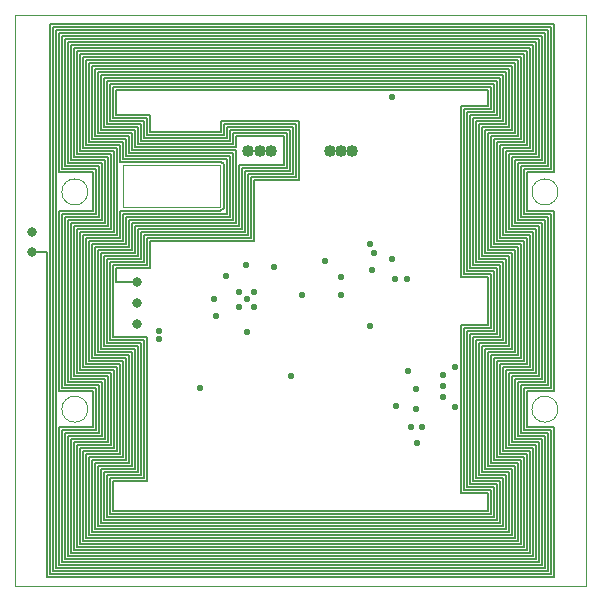
<source format=gbr>
%TF.GenerationSoftware,KiCad,Pcbnew,(5.1.4)-1*%
%TF.CreationDate,2019-10-25T20:37:58-07:00*%
%TF.ProjectId,SolarCellZ_v1,536f6c61-7243-4656-9c6c-5a5f76312e6b,rev?*%
%TF.SameCoordinates,Original*%
%TF.FileFunction,Copper,L2,Inr*%
%TF.FilePolarity,Positive*%
%FSLAX46Y46*%
G04 Gerber Fmt 4.6, Leading zero omitted, Abs format (unit mm)*
G04 Created by KiCad (PCBNEW (5.1.4)-1) date 2019-10-25 20:37:58*
%MOMM*%
%LPD*%
G04 APERTURE LIST*
%ADD10C,0.050000*%
%ADD11C,1.016000*%
%ADD12C,0.584200*%
%ADD13C,0.800000*%
%ADD14C,0.127000*%
G04 APERTURE END LIST*
D10*
X99200000Y-52750000D02*
X99200000Y-56250000D01*
X99200000Y-56250000D02*
X107400000Y-56250000D01*
X107400000Y-52750000D02*
X107400000Y-56250000D01*
X99200000Y-52750000D02*
X107400000Y-52750000D01*
X96200000Y-73400000D02*
G75*
G03X96200000Y-73400000I-1100000J0D01*
G01*
X136000000Y-73400000D02*
G75*
G03X136000000Y-73400000I-1100000J0D01*
G01*
X136000000Y-55000000D02*
G75*
G03X136000000Y-55000000I-1100000J0D01*
G01*
X96200000Y-55000000D02*
G75*
G03X96200000Y-55000000I-1100000J0D01*
G01*
X138400000Y-88400000D02*
X90000000Y-88400000D01*
X90000000Y-88400000D02*
X90000000Y-40000000D01*
X138400000Y-40000000D02*
X138400000Y-88400000D01*
X90000000Y-40000000D02*
X138400000Y-40000000D01*
D11*
X116700000Y-51500000D03*
X117650000Y-51500000D03*
X111700000Y-51500000D03*
X110750000Y-51500000D03*
X118600000Y-51500000D03*
X109800000Y-51500000D03*
D12*
X126301500Y-71437500D03*
X124015500Y-71691500D03*
X120268110Y-61604791D03*
X120078500Y-66357500D03*
X127254000Y-69786500D03*
X123317000Y-70167500D03*
X107032512Y-65473693D03*
X109654340Y-64046100D03*
X113411000Y-70548500D03*
X110253760Y-64708256D03*
X108983760Y-64708256D03*
X110261400Y-63439040D03*
X108983760Y-63463656D03*
X122237500Y-62357000D03*
X123253500Y-62357000D03*
X122301000Y-73088500D03*
X127254000Y-73215500D03*
X126301500Y-70485000D03*
X120111294Y-59382647D03*
X126238000Y-72390000D03*
X120396000Y-60198000D03*
X121920000Y-60706000D03*
X121920000Y-46990000D03*
X124015500Y-73406000D03*
X117602000Y-62166500D03*
X116268500Y-60833000D03*
X109644160Y-66892656D03*
X107886500Y-62103000D03*
X114299990Y-63690500D03*
X124045117Y-76257156D03*
X117602000Y-63690500D03*
X109601000Y-61214000D03*
X111950500Y-61380850D03*
X105664000Y-71628000D03*
X106874656Y-64098656D03*
X102235000Y-67437000D03*
X102235000Y-66802000D03*
D13*
X91440000Y-58420000D03*
X91440000Y-60071000D03*
X100330000Y-64389000D03*
X100330000Y-62611000D03*
X100330000Y-66167000D03*
D12*
X124523500Y-74866500D03*
X123571000Y-74866500D03*
D14*
X113284000Y-49784000D02*
X113284000Y-53213000D01*
X108204000Y-49784000D02*
X113284000Y-49784000D01*
X108204000Y-50673000D02*
X108204000Y-49784000D01*
X100711000Y-50673000D02*
X108204000Y-50673000D01*
X100711000Y-49276000D02*
X100711000Y-50673000D01*
X97790000Y-49276000D02*
X100711000Y-49276000D01*
X97790000Y-45593000D02*
X97790000Y-49276000D01*
X130810000Y-45593000D02*
X97790000Y-45593000D01*
X130810000Y-48514000D02*
X130810000Y-45593000D01*
X128524000Y-48514000D02*
X130810000Y-48514000D01*
X128524000Y-61468000D02*
X128524000Y-48514000D01*
X130810000Y-61468000D02*
X128524000Y-61468000D01*
X130810000Y-67056000D02*
X130810000Y-61468000D01*
X128524000Y-67056000D02*
X130810000Y-67056000D01*
X128524000Y-79756000D02*
X128524000Y-67056000D01*
X130810000Y-79756000D02*
X128524000Y-79756000D01*
X130810000Y-82804000D02*
X130810000Y-79756000D01*
X97536000Y-82804000D02*
X130810000Y-82804000D01*
X97536000Y-78740000D02*
X97536000Y-82804000D01*
X100457000Y-78740000D02*
X97536000Y-78740000D01*
X100457000Y-68072000D02*
X100457000Y-78740000D01*
X97536000Y-68072000D02*
X100457000Y-68072000D01*
X97536000Y-60452000D02*
X97536000Y-68072000D01*
X100457000Y-60452000D02*
X97536000Y-60452000D01*
X100457000Y-58166000D02*
X100457000Y-60452000D01*
X109220000Y-58166000D02*
X100457000Y-58166000D01*
X109220000Y-52959000D02*
X109220000Y-58166000D01*
X113030000Y-52959000D02*
X109220000Y-52959000D01*
X113030000Y-50038000D02*
X113030000Y-52959000D01*
X108458000Y-50038000D02*
X113030000Y-50038000D01*
X108458000Y-50927000D02*
X108458000Y-50038000D01*
X100457000Y-50927000D02*
X108458000Y-50927000D01*
X100457000Y-49530000D02*
X100457000Y-50927000D01*
X97536000Y-49530000D02*
X100457000Y-49530000D01*
X97536000Y-45339000D02*
X97536000Y-49530000D01*
X131064000Y-45339000D02*
X97536000Y-45339000D01*
X131064000Y-48768000D02*
X131064000Y-45339000D01*
X128778000Y-48768000D02*
X131064000Y-48768000D01*
X128778000Y-61214000D02*
X128778000Y-48768000D01*
X131064000Y-61214000D02*
X128778000Y-61214000D01*
X131064000Y-67310000D02*
X131064000Y-61214000D01*
X128778000Y-67310000D02*
X131064000Y-67310000D01*
X128778000Y-79502000D02*
X128778000Y-67310000D01*
X131064000Y-79502000D02*
X128778000Y-79502000D01*
X131064000Y-83058000D02*
X131064000Y-79502000D01*
X97282000Y-83058000D02*
X131064000Y-83058000D01*
X97282000Y-78486000D02*
X97282000Y-83058000D01*
X100203000Y-78486000D02*
X97282000Y-78486000D01*
X100203000Y-68326000D02*
X100203000Y-78486000D01*
X97282000Y-68326000D02*
X100203000Y-68326000D01*
X97282000Y-60198000D02*
X97282000Y-68326000D01*
X100203000Y-60198000D02*
X97282000Y-60198000D01*
X100203000Y-57912000D02*
X100203000Y-60198000D01*
X108966000Y-57912000D02*
X100203000Y-57912000D01*
X108966000Y-52705000D02*
X108966000Y-57912000D01*
X112776000Y-52705000D02*
X108966000Y-52705000D01*
X112776000Y-50292000D02*
X112776000Y-52705000D01*
X108712000Y-50292000D02*
X112776000Y-50292000D01*
X108712000Y-51181000D02*
X108712000Y-50292000D01*
X100203000Y-51181000D02*
X108712000Y-51181000D01*
X100203000Y-49784000D02*
X100203000Y-51181000D01*
X97282000Y-49784000D02*
X100203000Y-49784000D01*
X97282000Y-45085000D02*
X97282000Y-49784000D01*
X131318000Y-45085000D02*
X97282000Y-45085000D01*
X131318000Y-49022000D02*
X131318000Y-45085000D01*
X129032000Y-49022000D02*
X131318000Y-49022000D01*
X129032000Y-60960000D02*
X129032000Y-49022000D01*
X131318000Y-60960000D02*
X129032000Y-60960000D01*
X131318000Y-67564000D02*
X131318000Y-60960000D01*
X129032000Y-67564000D02*
X131318000Y-67564000D01*
X129032000Y-79248000D02*
X129032000Y-67564000D01*
X131318000Y-79248000D02*
X129032000Y-79248000D01*
X131318000Y-83312000D02*
X131318000Y-79248000D01*
X97028000Y-83312000D02*
X131318000Y-83312000D01*
X97028000Y-78232000D02*
X97028000Y-83312000D01*
X99949000Y-78232000D02*
X97028000Y-78232000D01*
X99949000Y-68580000D02*
X99949000Y-78232000D01*
X97028000Y-68580000D02*
X99949000Y-68580000D01*
X131064000Y-58928000D02*
X131064000Y-51054000D01*
X133350000Y-58928000D02*
X131064000Y-58928000D01*
X133350000Y-69596000D02*
X133350000Y-58928000D01*
X131064000Y-69596000D02*
X133350000Y-69596000D01*
X131064000Y-77216000D02*
X131064000Y-69596000D01*
X133350000Y-77216000D02*
X131064000Y-77216000D01*
X133350000Y-85344000D02*
X133350000Y-77216000D01*
X94996000Y-85344000D02*
X133350000Y-85344000D01*
X97917000Y-76200000D02*
X94996000Y-76200000D01*
X94996000Y-57912000D02*
X94996000Y-70612000D01*
X97917000Y-57912000D02*
X94996000Y-57912000D01*
X94996000Y-42799000D02*
X94996000Y-52070000D01*
X133604000Y-42799000D02*
X94996000Y-42799000D01*
X133604000Y-51308000D02*
X133604000Y-42799000D01*
X131318000Y-51308000D02*
X133604000Y-51308000D01*
X131318000Y-58674000D02*
X131318000Y-51308000D01*
X131318000Y-76962000D02*
X131318000Y-69850000D01*
X133604000Y-76962000D02*
X131318000Y-76962000D01*
X133604000Y-85598000D02*
X133604000Y-76962000D01*
X94742000Y-85598000D02*
X133604000Y-85598000D01*
X94742000Y-75946000D02*
X94742000Y-85598000D01*
X97663000Y-75946000D02*
X94742000Y-75946000D01*
X94742000Y-70866000D02*
X97663000Y-70866000D01*
X94742000Y-57658000D02*
X94742000Y-70866000D01*
X94742000Y-42545000D02*
X94742000Y-52324000D01*
X133858000Y-42545000D02*
X94742000Y-42545000D01*
X131572000Y-51562000D02*
X133858000Y-51562000D01*
X131572000Y-58420000D02*
X131572000Y-51562000D01*
X133858000Y-58420000D02*
X131572000Y-58420000D01*
X133858000Y-70104000D02*
X133858000Y-58420000D01*
X131572000Y-70104000D02*
X133858000Y-70104000D01*
X131572000Y-76708000D02*
X131572000Y-70104000D01*
X133858000Y-76708000D02*
X131572000Y-76708000D01*
X133858000Y-85852000D02*
X133858000Y-76708000D01*
X94488000Y-85852000D02*
X133858000Y-85852000D01*
X94488000Y-75692000D02*
X94488000Y-85852000D01*
X97409000Y-75692000D02*
X94488000Y-75692000D01*
X131572000Y-83566000D02*
X131572000Y-78994000D01*
X97409000Y-71120000D02*
X97409000Y-75692000D01*
X94488000Y-71120000D02*
X97409000Y-71120000D01*
X94488000Y-57404000D02*
X94488000Y-71120000D01*
X97409000Y-57404000D02*
X94488000Y-57404000D01*
X97409000Y-52578000D02*
X97409000Y-57404000D01*
X129540000Y-78740000D02*
X129540000Y-68072000D01*
X94488000Y-52578000D02*
X97409000Y-52578000D01*
X94488000Y-42291000D02*
X94488000Y-52578000D01*
X134112000Y-42291000D02*
X94488000Y-42291000D01*
X134112000Y-51816000D02*
X134112000Y-42291000D01*
X131826000Y-51816000D02*
X134112000Y-51816000D01*
X131826000Y-58166000D02*
X131826000Y-51816000D01*
X134112000Y-58166000D02*
X131826000Y-58166000D01*
X134112000Y-70358000D02*
X134112000Y-58166000D01*
X131826000Y-70358000D02*
X134112000Y-70358000D01*
X131826000Y-76454000D02*
X131826000Y-70358000D01*
X134112000Y-76454000D02*
X131826000Y-76454000D01*
X134112000Y-86106000D02*
X134112000Y-76454000D01*
X94234000Y-86106000D02*
X134112000Y-86106000D01*
X94234000Y-75438000D02*
X94234000Y-86106000D01*
X97155000Y-75438000D02*
X94234000Y-75438000D01*
X97028000Y-44831000D02*
X97028000Y-50038000D01*
X97155000Y-71374000D02*
X97155000Y-75438000D01*
X94234000Y-71374000D02*
X97155000Y-71374000D01*
X94234000Y-57150000D02*
X94234000Y-71374000D01*
X96520000Y-83820000D02*
X131826000Y-83820000D01*
X97155000Y-57150000D02*
X94234000Y-57150000D01*
X99695000Y-51689000D02*
X108458000Y-51689000D01*
X97155000Y-52832000D02*
X97155000Y-57150000D01*
X99949000Y-51435000D02*
X108712000Y-51435000D01*
X94234000Y-52832000D02*
X97155000Y-52832000D01*
X94234000Y-42037000D02*
X94234000Y-52832000D01*
X134366000Y-42037000D02*
X94234000Y-42037000D01*
X134366000Y-52070000D02*
X134366000Y-42037000D01*
X132080000Y-52070000D02*
X134366000Y-52070000D01*
X132080000Y-57912000D02*
X132080000Y-52070000D01*
X134366000Y-57912000D02*
X132080000Y-57912000D01*
X134366000Y-70612000D02*
X134366000Y-57912000D01*
X132080000Y-70612000D02*
X134366000Y-70612000D01*
X132080000Y-76200000D02*
X132080000Y-70612000D01*
X134366000Y-76200000D02*
X132080000Y-76200000D01*
X134366000Y-86360000D02*
X134366000Y-76200000D01*
X93980000Y-86360000D02*
X134366000Y-86360000D01*
X99949000Y-57658000D02*
X99949000Y-59944000D01*
X135128000Y-52832000D02*
X135128000Y-41275000D01*
X131572000Y-60706000D02*
X129286000Y-60706000D01*
X132842000Y-57150000D02*
X132842000Y-52832000D01*
X108458000Y-57404000D02*
X99695000Y-57404000D01*
X135128000Y-57150000D02*
X132842000Y-57150000D01*
X131572000Y-67818000D02*
X131572000Y-60706000D01*
X132842000Y-71374000D02*
X135128000Y-71374000D01*
X99441000Y-77724000D02*
X96520000Y-77724000D01*
X94996000Y-76200000D02*
X94996000Y-85344000D01*
X132842000Y-75438000D02*
X132842000Y-71374000D01*
X135128000Y-87122000D02*
X135128000Y-75438000D01*
X93218000Y-87122000D02*
X135128000Y-87122000D01*
X129286000Y-49276000D02*
X131572000Y-49276000D01*
X96901000Y-56896000D02*
X93980000Y-56896000D01*
X93218000Y-41021000D02*
X93218000Y-87122000D01*
X99441000Y-57150000D02*
X99441000Y-59436000D01*
X133096000Y-53086000D02*
X135382000Y-53086000D01*
X99695000Y-57404000D02*
X99695000Y-59690000D01*
X133096000Y-56896000D02*
X133096000Y-53086000D01*
X96520000Y-77724000D02*
X96520000Y-83820000D01*
X135382000Y-53086000D02*
X135382000Y-41021000D01*
X135382000Y-56896000D02*
X133096000Y-56896000D01*
X132334000Y-52324000D02*
X134620000Y-52324000D01*
X131318000Y-69850000D02*
X133604000Y-69850000D01*
X135382000Y-71628000D02*
X135382000Y-56896000D01*
X96901000Y-53086000D02*
X96901000Y-56896000D01*
X97917000Y-52070000D02*
X97917000Y-57912000D01*
X133096000Y-75184000D02*
X133096000Y-71628000D01*
X135128000Y-71374000D02*
X135128000Y-57150000D01*
X135382000Y-75184000D02*
X133096000Y-75184000D01*
X132842000Y-52832000D02*
X135128000Y-52832000D01*
X96774000Y-83566000D02*
X131572000Y-83566000D01*
X133350000Y-74930000D02*
X133350000Y-71882000D01*
X99441000Y-69088000D02*
X99441000Y-77724000D01*
X133350000Y-71882000D02*
X135636000Y-71882000D01*
X134620000Y-57658000D02*
X132334000Y-57658000D01*
X94996000Y-52070000D02*
X97917000Y-52070000D01*
X135636000Y-74930000D02*
X133350000Y-74930000D01*
X129540000Y-60452000D02*
X129540000Y-49530000D01*
X133858000Y-51562000D02*
X133858000Y-42545000D01*
X135636000Y-87630000D02*
X135636000Y-74930000D01*
X92964000Y-40767000D02*
X92964000Y-87376000D01*
X96774000Y-44577000D02*
X96774000Y-50292000D01*
X94996000Y-70612000D02*
X97917000Y-70612000D01*
X135382000Y-87376000D02*
X135382000Y-75184000D01*
X131826000Y-78740000D02*
X129540000Y-78740000D01*
X92710000Y-87630000D02*
X135636000Y-87630000D01*
X92710000Y-60071000D02*
X92710000Y-87630000D01*
X99695000Y-77978000D02*
X96774000Y-77978000D01*
X97917000Y-70612000D02*
X97917000Y-76200000D01*
X91440000Y-60071000D02*
X92710000Y-60071000D01*
X135636000Y-71882000D02*
X135636000Y-56642000D01*
X96774000Y-50292000D02*
X99695000Y-50292000D01*
X92964000Y-87376000D02*
X135382000Y-87376000D01*
X99441000Y-59436000D02*
X96520000Y-59436000D01*
X135128000Y-75438000D02*
X132842000Y-75438000D01*
X134620000Y-41783000D02*
X93980000Y-41783000D01*
X135636000Y-56642000D02*
X133350000Y-56642000D01*
X129540000Y-68072000D02*
X131826000Y-68072000D01*
X133096000Y-71628000D02*
X135382000Y-71628000D01*
X99949000Y-50038000D02*
X99949000Y-51435000D01*
X133604000Y-69850000D02*
X133604000Y-58674000D01*
X133350000Y-56642000D02*
X133350000Y-53340000D01*
X133350000Y-53340000D02*
X135636000Y-53340000D01*
X129540000Y-49530000D02*
X131826000Y-49530000D01*
X135636000Y-53340000D02*
X135636000Y-40767000D01*
X131572000Y-49276000D02*
X131572000Y-44831000D01*
X132334000Y-70866000D02*
X134620000Y-70866000D01*
X135382000Y-41021000D02*
X93218000Y-41021000D01*
X132334000Y-57658000D02*
X132334000Y-52324000D01*
X135636000Y-40767000D02*
X92964000Y-40767000D01*
X135128000Y-41275000D02*
X93472000Y-41275000D01*
X96520000Y-69088000D02*
X99441000Y-69088000D01*
X93472000Y-41275000D02*
X93472000Y-86868000D01*
X131572000Y-78994000D02*
X129286000Y-78994000D01*
X93472000Y-86868000D02*
X134874000Y-86868000D01*
X99949000Y-59944000D02*
X97028000Y-59944000D01*
X93980000Y-71628000D02*
X96901000Y-71628000D01*
X134874000Y-86868000D02*
X134874000Y-75692000D01*
X129286000Y-78994000D02*
X129286000Y-67818000D01*
X134874000Y-75692000D02*
X132588000Y-75692000D01*
X99695000Y-68834000D02*
X99695000Y-77978000D01*
X132588000Y-75692000D02*
X132588000Y-71120000D01*
X96774000Y-68834000D02*
X99695000Y-68834000D01*
X132588000Y-71120000D02*
X134874000Y-71120000D01*
X97028000Y-59944000D02*
X97028000Y-68580000D01*
X96901000Y-75184000D02*
X93980000Y-75184000D01*
X134874000Y-71120000D02*
X134874000Y-57404000D01*
X129286000Y-67818000D02*
X131572000Y-67818000D01*
X134874000Y-57404000D02*
X132588000Y-57404000D01*
X131826000Y-44577000D02*
X96774000Y-44577000D01*
X132588000Y-57404000D02*
X132588000Y-52578000D01*
X108712000Y-51435000D02*
X108712000Y-57658000D01*
X134620000Y-52324000D02*
X134620000Y-41783000D01*
X132588000Y-52578000D02*
X134874000Y-52578000D01*
X134620000Y-70866000D02*
X134620000Y-57658000D01*
X134874000Y-52578000D02*
X134874000Y-41529000D01*
X129286000Y-60706000D02*
X129286000Y-49276000D01*
X94742000Y-52324000D02*
X97663000Y-52324000D01*
X134874000Y-41529000D02*
X93726000Y-41529000D01*
X93726000Y-41529000D02*
X93726000Y-53340000D01*
X108458000Y-51689000D02*
X108458000Y-57404000D01*
X97663000Y-70866000D02*
X97663000Y-75946000D01*
X93726000Y-53340000D02*
X96647000Y-53340000D01*
X96647000Y-53340000D02*
X96647000Y-56642000D01*
X99695000Y-50292000D02*
X99695000Y-51689000D01*
X96647000Y-56642000D02*
X93726000Y-56642000D01*
X131826000Y-49530000D02*
X131826000Y-44577000D01*
X93980000Y-56896000D02*
X93980000Y-71628000D01*
X93726000Y-56642000D02*
X93726000Y-71882000D01*
X96774000Y-59690000D02*
X96774000Y-68834000D01*
X97663000Y-52324000D02*
X97663000Y-57658000D01*
X93726000Y-71882000D02*
X96647000Y-71882000D01*
X96647000Y-71882000D02*
X96647000Y-74930000D01*
X131572000Y-44831000D02*
X97028000Y-44831000D01*
X133604000Y-58674000D02*
X131318000Y-58674000D01*
X96647000Y-74930000D02*
X93726000Y-74930000D01*
X93726000Y-74930000D02*
X93726000Y-86614000D01*
X96520000Y-59436000D02*
X96520000Y-69088000D01*
X93726000Y-86614000D02*
X134620000Y-86614000D01*
X108712000Y-57658000D02*
X99949000Y-57658000D01*
X134620000Y-86614000D02*
X134620000Y-75946000D01*
X131826000Y-68072000D02*
X131826000Y-60452000D01*
X97663000Y-57658000D02*
X94742000Y-57658000D01*
X134620000Y-75946000D02*
X132334000Y-75946000D01*
X96901000Y-71628000D02*
X96901000Y-75184000D01*
X132334000Y-75946000D02*
X132334000Y-70866000D01*
X97028000Y-50038000D02*
X99949000Y-50038000D01*
X93980000Y-41783000D02*
X93980000Y-53086000D01*
X99695000Y-59690000D02*
X96774000Y-59690000D01*
X93980000Y-53086000D02*
X96901000Y-53086000D01*
X96774000Y-77978000D02*
X96774000Y-83566000D01*
X93980000Y-75184000D02*
X93980000Y-86360000D01*
X131064000Y-51054000D02*
X133350000Y-51054000D01*
X133350000Y-51054000D02*
X133350000Y-43053000D01*
X133350000Y-43053000D02*
X95250000Y-43053000D01*
X95250000Y-43053000D02*
X95250000Y-51816000D01*
X95250000Y-51816000D02*
X98171000Y-51816000D01*
X98171000Y-51816000D02*
X98171000Y-58166000D01*
X98171000Y-58166000D02*
X95250000Y-58166000D01*
X95250000Y-58166000D02*
X95250000Y-70358000D01*
X95250000Y-70358000D02*
X98171000Y-70358000D01*
X98171000Y-70358000D02*
X98171000Y-76454000D01*
X98171000Y-76454000D02*
X95250000Y-76454000D01*
X95250000Y-76454000D02*
X95250000Y-85090000D01*
X95250000Y-85090000D02*
X133096000Y-85090000D01*
X133096000Y-85090000D02*
X133096000Y-77470000D01*
X133096000Y-77470000D02*
X130810000Y-77470000D01*
X130810000Y-77470000D02*
X130810000Y-69342000D01*
X130810000Y-69342000D02*
X133096000Y-69342000D01*
X133096000Y-69342000D02*
X133096000Y-59182000D01*
X133096000Y-59182000D02*
X130810000Y-59182000D01*
X130810000Y-59182000D02*
X130810000Y-50800000D01*
X130810000Y-50800000D02*
X133096000Y-50800000D01*
X133096000Y-50800000D02*
X133096000Y-43307000D01*
X133096000Y-43307000D02*
X95504000Y-43307000D01*
X95504000Y-43307000D02*
X95504000Y-51562000D01*
X95504000Y-51562000D02*
X98425000Y-51562000D01*
X98425000Y-51562000D02*
X98425000Y-58420000D01*
X98425000Y-58420000D02*
X95504000Y-58420000D01*
X95504000Y-58420000D02*
X95504000Y-70104000D01*
X95504000Y-70104000D02*
X98425000Y-70104000D01*
X98425000Y-70104000D02*
X98425000Y-76708000D01*
X98425000Y-76708000D02*
X95504000Y-76708000D01*
X95504000Y-76708000D02*
X95504000Y-84836000D01*
X95504000Y-84836000D02*
X132842000Y-84836000D01*
X132842000Y-84836000D02*
X132842000Y-77724000D01*
X132842000Y-77724000D02*
X130556000Y-77724000D01*
X130556000Y-77724000D02*
X130556000Y-69088000D01*
X130556000Y-69088000D02*
X132842000Y-69088000D01*
X132842000Y-69088000D02*
X132842000Y-59436000D01*
X132842000Y-59436000D02*
X130556000Y-59436000D01*
X130556000Y-59436000D02*
X130556000Y-50546000D01*
X130556000Y-50546000D02*
X132842000Y-50546000D01*
X132842000Y-50546000D02*
X132842000Y-43561000D01*
X132842000Y-43561000D02*
X95758000Y-43561000D01*
X95758000Y-43561000D02*
X95758000Y-51308000D01*
X95758000Y-51308000D02*
X98679000Y-51308000D01*
X98679000Y-51308000D02*
X98679000Y-58674000D01*
X98679000Y-58674000D02*
X95758000Y-58674000D01*
X95758000Y-58674000D02*
X95758000Y-69850000D01*
X95758000Y-69850000D02*
X98679000Y-69850000D01*
X98679000Y-69850000D02*
X98679000Y-76962000D01*
X98679000Y-76962000D02*
X95758000Y-76962000D01*
X95758000Y-76962000D02*
X95758000Y-84582000D01*
X95758000Y-84582000D02*
X132588000Y-84582000D01*
X132588000Y-84582000D02*
X132588000Y-77978000D01*
X132588000Y-77978000D02*
X130302000Y-77978000D01*
X130302000Y-77978000D02*
X130302000Y-68834000D01*
X130302000Y-68834000D02*
X132588000Y-68834000D01*
X132588000Y-68834000D02*
X132588000Y-59690000D01*
X132588000Y-59690000D02*
X130302000Y-59690000D01*
X130302000Y-59690000D02*
X130302000Y-50292000D01*
X130302000Y-50292000D02*
X132588000Y-50292000D01*
X132588000Y-50292000D02*
X132588000Y-43815000D01*
X132588000Y-43815000D02*
X96012000Y-43815000D01*
X96012000Y-43815000D02*
X96012000Y-51054000D01*
X96012000Y-51054000D02*
X98933000Y-51054000D01*
X98933000Y-51054000D02*
X98933000Y-52451000D01*
X98933000Y-52451000D02*
X107509014Y-52451000D01*
X107509014Y-52451000D02*
X107688510Y-52630496D01*
X107688510Y-52630496D02*
X107688510Y-56369504D01*
X107688510Y-56369504D02*
X107416014Y-56642000D01*
X107416014Y-56642000D02*
X98933000Y-56642000D01*
X98933000Y-56642000D02*
X98933000Y-58928000D01*
X98933000Y-58928000D02*
X96012000Y-58928000D01*
X96012000Y-58928000D02*
X96012000Y-69596000D01*
X96012000Y-69596000D02*
X98933000Y-69596000D01*
X98933000Y-69596000D02*
X98933000Y-77216000D01*
X98933000Y-77216000D02*
X96012000Y-77216000D01*
X96012000Y-77216000D02*
X96012000Y-84328000D01*
X96012000Y-84328000D02*
X132334000Y-84328000D01*
X132334000Y-84328000D02*
X132334000Y-78232000D01*
X132334000Y-78232000D02*
X130048000Y-78232000D01*
X130048000Y-78232000D02*
X130048000Y-68580000D01*
X130048000Y-68580000D02*
X132334000Y-68580000D01*
X132334000Y-68580000D02*
X132334000Y-59944000D01*
X132334000Y-59944000D02*
X130048000Y-59944000D01*
X130048000Y-59944000D02*
X130048000Y-50038000D01*
X130048000Y-50038000D02*
X132334000Y-50038000D01*
X132334000Y-50038000D02*
X132334000Y-44069000D01*
X132334000Y-44069000D02*
X96266000Y-44069000D01*
X96266000Y-44069000D02*
X96266000Y-50800000D01*
X96266000Y-50800000D02*
X99187000Y-50800000D01*
X99187000Y-50800000D02*
X99187000Y-52197000D01*
X99187000Y-52197000D02*
X107950000Y-52197000D01*
X107950000Y-52197000D02*
X107950000Y-56896000D01*
X107950000Y-56896000D02*
X99187000Y-56896000D01*
X99187000Y-56896000D02*
X99187000Y-59182000D01*
X99187000Y-59182000D02*
X96266000Y-59182000D01*
X96266000Y-59182000D02*
X96266000Y-69342000D01*
X96266000Y-69342000D02*
X99187000Y-69342000D01*
X132080000Y-78486000D02*
X129794000Y-78486000D01*
X99187000Y-69342000D02*
X99187000Y-77470000D01*
X99187000Y-77470000D02*
X96266000Y-77470000D01*
X96266000Y-77470000D02*
X96266000Y-84074000D01*
X96266000Y-84074000D02*
X132080000Y-84074000D01*
X132080000Y-84074000D02*
X132080000Y-78486000D01*
X129794000Y-78486000D02*
X129794000Y-68326000D01*
X129794000Y-68326000D02*
X132080000Y-68326000D01*
X132080000Y-68326000D02*
X132080000Y-60198000D01*
X132080000Y-60198000D02*
X129794000Y-60198000D01*
X129794000Y-60198000D02*
X129794000Y-49784000D01*
X129794000Y-49784000D02*
X132080000Y-49784000D01*
X132080000Y-49784000D02*
X132080000Y-44323000D01*
X132080000Y-44323000D02*
X96520000Y-44323000D01*
X96520000Y-44323000D02*
X96520000Y-50546000D01*
X96520000Y-50546000D02*
X99441000Y-50546000D01*
X99441000Y-50546000D02*
X99441000Y-51943000D01*
X99441000Y-51943000D02*
X108204000Y-51943000D01*
X108204000Y-51943000D02*
X108204000Y-57150000D01*
X108204000Y-57150000D02*
X99441000Y-57150000D01*
X131826000Y-83820000D02*
X131826000Y-78740000D01*
X131826000Y-60452000D02*
X129540000Y-60452000D01*
X113284000Y-53213000D02*
X109474000Y-53213000D01*
X109474000Y-53213000D02*
X109474000Y-58420000D01*
X109474000Y-58420000D02*
X100711000Y-58420000D01*
X100711000Y-58420000D02*
X100711000Y-60706000D01*
X100711000Y-60706000D02*
X97790000Y-60706000D01*
X97790000Y-60706000D02*
X97790000Y-67818000D01*
X97790000Y-67818000D02*
X100711000Y-67818000D01*
X100711000Y-67818000D02*
X100711000Y-78994000D01*
X100711000Y-78994000D02*
X97790000Y-78994000D01*
X97790000Y-78994000D02*
X97790000Y-82550000D01*
X97790000Y-82550000D02*
X130556000Y-82550000D01*
X130556000Y-82550000D02*
X130556000Y-80010000D01*
X130556000Y-80010000D02*
X128270000Y-80010000D01*
X128270000Y-80010000D02*
X128270000Y-66802000D01*
X128270000Y-66802000D02*
X130556000Y-66802000D01*
X130556000Y-66802000D02*
X130556000Y-61722000D01*
X130556000Y-61722000D02*
X128270000Y-61722000D01*
X128270000Y-61722000D02*
X128270000Y-48260000D01*
X128270000Y-48260000D02*
X130556000Y-48260000D01*
X130556000Y-48260000D02*
X130556000Y-45847000D01*
X130556000Y-45847000D02*
X98044000Y-45847000D01*
X98044000Y-45847000D02*
X98044000Y-49022000D01*
X98044000Y-49022000D02*
X100965000Y-49022000D01*
X100965000Y-49022000D02*
X100965000Y-50419000D01*
X100965000Y-50419000D02*
X107950000Y-50419000D01*
X107950000Y-50419000D02*
X107950000Y-49530000D01*
X107950000Y-49530000D02*
X113538000Y-49530000D01*
X113538000Y-49530000D02*
X113538000Y-53467000D01*
X113538000Y-53467000D02*
X109728000Y-53467000D01*
X109728000Y-53467000D02*
X109728000Y-58674000D01*
X109728000Y-58674000D02*
X100965000Y-58674000D01*
X100965000Y-58674000D02*
X100965000Y-60960000D01*
X100965000Y-60960000D02*
X98044000Y-60960000D01*
X98044000Y-60960000D02*
X98044000Y-67564000D01*
X98044000Y-67564000D02*
X100965000Y-67564000D01*
X100965000Y-67564000D02*
X100965000Y-79248000D01*
X100965000Y-79248000D02*
X98044000Y-79248000D01*
X98044000Y-79248000D02*
X98044000Y-82296000D01*
X98044000Y-82296000D02*
X130302000Y-82296000D01*
X130302000Y-82296000D02*
X130302000Y-80264000D01*
X130302000Y-80264000D02*
X128016000Y-80264000D01*
X128016000Y-80264000D02*
X128016000Y-66548000D01*
X128016000Y-66548000D02*
X130302000Y-66548000D01*
X130302000Y-66548000D02*
X130302000Y-61976000D01*
X130302000Y-61976000D02*
X128016000Y-61976000D01*
X128016000Y-61976000D02*
X128016000Y-48006000D01*
X128016000Y-48006000D02*
X130302000Y-48006000D01*
X130302000Y-48006000D02*
X130302000Y-46101000D01*
X130302000Y-46101000D02*
X98298000Y-46101000D01*
X98298000Y-46101000D02*
X98298000Y-48768000D01*
X98298000Y-48768000D02*
X101219000Y-48768000D01*
X101219000Y-48768000D02*
X101219000Y-50165000D01*
X101219000Y-50165000D02*
X107696000Y-50165000D01*
X107696000Y-50165000D02*
X107696000Y-49276000D01*
X107696000Y-49276000D02*
X113792000Y-49276000D01*
X113792000Y-49276000D02*
X113792000Y-53721000D01*
X113792000Y-53721000D02*
X109982000Y-53721000D01*
X109982000Y-53721000D02*
X109982000Y-58928000D01*
X109982000Y-58928000D02*
X101219000Y-58928000D01*
X101219000Y-58928000D02*
X101219000Y-61214000D01*
X101219000Y-61214000D02*
X98298000Y-61214000D01*
X98298000Y-61214000D02*
X98298000Y-67310000D01*
X98298000Y-67310000D02*
X101219000Y-67310000D01*
X101219000Y-67310000D02*
X101219000Y-79502000D01*
X101219000Y-79502000D02*
X98298000Y-79502000D01*
X98298000Y-79502000D02*
X98298000Y-82042000D01*
X98298000Y-82042000D02*
X130048000Y-82042000D01*
X130048000Y-82042000D02*
X130048000Y-80518000D01*
X130048000Y-80518000D02*
X127762000Y-80518000D01*
X127762000Y-80518000D02*
X127762000Y-66294000D01*
X127762000Y-66294000D02*
X130048000Y-66294000D01*
X130048000Y-66294000D02*
X130048000Y-62230000D01*
X130048000Y-62230000D02*
X127762000Y-62230000D01*
X127762000Y-62230000D02*
X127762000Y-47752000D01*
X127762000Y-47752000D02*
X130048000Y-47752000D01*
X130048000Y-47752000D02*
X130048000Y-46355000D01*
X130048000Y-46355000D02*
X98552000Y-46355000D01*
X98552000Y-46355000D02*
X98552000Y-48514000D01*
X98552000Y-48514000D02*
X101473000Y-48514000D01*
X101473000Y-48514000D02*
X101473000Y-49911000D01*
X101473000Y-49911000D02*
X107442000Y-49911000D01*
X107442000Y-49911000D02*
X107442000Y-49022000D01*
X107442000Y-49022000D02*
X114046000Y-49022000D01*
X114046000Y-49022000D02*
X114046000Y-53975000D01*
X114046000Y-53975000D02*
X110236000Y-53975000D01*
X110236000Y-53975000D02*
X110236000Y-59182000D01*
X110236000Y-59182000D02*
X101473000Y-59182000D01*
X101473000Y-59182000D02*
X101473000Y-61468000D01*
X101473000Y-61468000D02*
X98552000Y-61468000D01*
X99764315Y-62611000D02*
X98552000Y-62611000D01*
X100330000Y-62611000D02*
X99764315Y-62611000D01*
X98552000Y-61468000D02*
X98552000Y-62611000D01*
M02*

</source>
